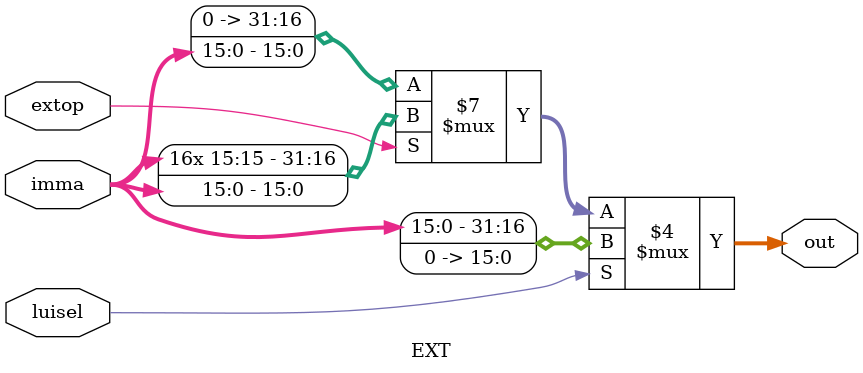
<source format=v>
module EXT(imma,extop, out, luisel);
  input luisel;
  input extop;
  input [15:0]imma;
  output reg[31:0]out;
  always@(luisel or imma or extop)
  begin
    if(~extop)
      out = {{16{1'b0}},imma};
    else
      out = {{16{imma[15]}},imma};
    if(luisel)
      out = {imma,{16{1'b0}}};
  end
endmodule


</source>
